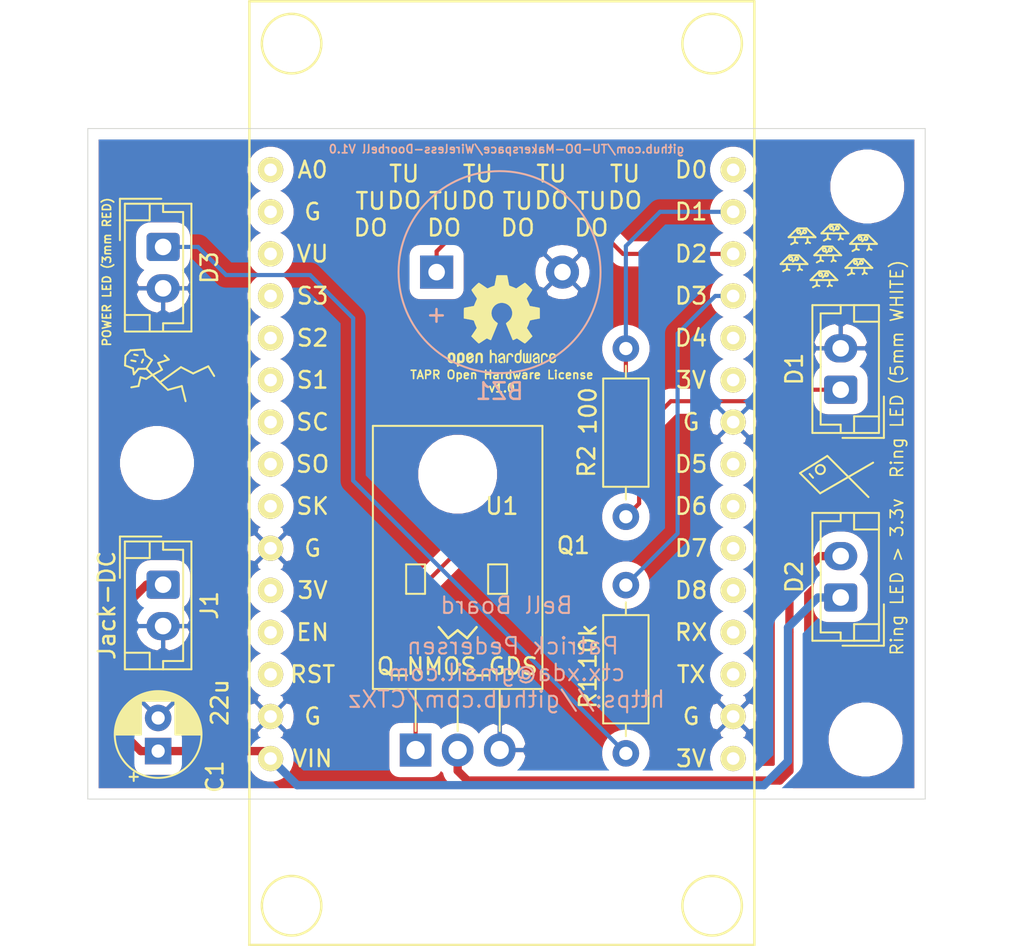
<source format=kicad_pcb>
(kicad_pcb (version 20221018) (generator pcbnew)
  (title_block (title "TUDO Wireless Doorbell / Bell PCB") (date "2022-01-04") (rev "V1.0") (company "TUDO Makerspace") (comment 1 "https://tapr.org/the-tapr-open-hardware-license/") (comment 2 "License: TAPR Open Hardware License v1.0") (comment 3 "ctx.xda@gmail.com") (comment 4 "Author: Patrick Pedersen"))
  (layers (0 "F.Cu" signal) (31 "B.Cu" signal) (34 "B.Paste" user) (35 "F.Paste" user) (36 "B.SilkS" user "B.Silkscreen") (37 "F.SilkS" user "F.Silkscreen") (38 "B.Mask" user) (39 "F.Mask" user) (44 "Edge.Cuts" user))
  (net 0 "")
  (net 1 "GND")
  (net 2 "RING_BUZZER")
  (net 3 "VCC")
  (net 4 "RING_LED")
  (net 5 "Net-(D2-Pad1)")
  (net 6 "Net-(D3-Pad2)")
  (net 7 "POWER_LED")
  (net 8 "Net-(U1-Pad30)")
  (net 9 "Net-(U1-Pad26)")
  (net 10 "Net-(U1-Pad23)")
  (net 11 "Net-(U1-Pad22)")
  (net 12 "Net-(U1-Pad21)")
  (net 13 "Net-(U1-Pad20)")
  (net 14 "Net-(U1-Pad19)")
  (net 15 "Net-(U1-Pad18)")
  (net 16 "Net-(U1-Pad13)")
  (net 17 "Net-(U1-Pad12)")
  (net 18 "Net-(U1-Pad9)")
  (net 19 "Net-(U1-Pad8)")
  (net 20 "Net-(U1-Pad7)")
  (net 21 "Net-(U1-Pad6)")
  (net 22 "Net-(U1-Pad5)")
  (net 23 "Net-(U1-Pad4)")
  (net 24 "Net-(U1-Pad3)")
  (net 25 "Net-(U1-Pad2)")
  (net 26 "Net-(U1-Pad1)")
  (net 27 "Net-(D1-Pad2)")
  (footprint "Connector_JST:JST_EH_B2B-EH-A_1x02_P2.50mm_Vertical" (layer "F.Cu") (at 106.66958 75.95 -90)
    (fp_text reference "D3" (at 1.25 -2.8 90) (layer "F.SilkS"))
    (fp_text value "POWER LED (3mm RED)" (at 1.513094 3.4 90) (layer "F.SilkS") (effects (font (size 0.5 0.5) (thickness 0.1))))
    (pad "1" thru_hole roundrect (at 0 0 270) (size 1.7 2) (drill 1) (layers "*.Cu" "*.Mask") (roundrect_rratio 0.147) (net 6 "Net-(D3-Pad2)"))
    (pad "2" thru_hole oval (at 2.5 0 270) (size 1.7 2) (drill 1) (layers "*.Cu" "*.Mask") (net 1 "GND"))
  )
  (footprint "Package_TO_SOT_THT:TO-220-3_Horizontal_TabDown" (layer "F.Cu") (at 121.92 106.336999)
    (fp_text reference "Q1" (at 9.525 -12.356999) (layer "F.SilkS"))
    (fp_text value "Q_NMOS_GDS" (at 2.5146 -5.054499) (layer "F.SilkS"))
    (pad "" np_thru_hole oval (at 2.54 -16.66) (size 3.5 3.5) (drill 3.5) (layers "*.Cu" "*.Mask"))
    (pad "1" thru_hole rect (at 0 0) (size 1.905 2) (drill 1.1) (layers "*.Cu" "*.Mask") (net 4 "RING_LED"))
    (pad "2" thru_hole oval (at 2.54 0) (size 1.905 2) (drill 1.1) (layers "*.Cu" "*.Mask") (net 5 "Net-(D2-Pad1)"))
    (pad "3" thru_hole oval (at 5.08 0) (size 1.905 2) (drill 1.1) (layers "*.Cu" "*.Mask") (net 1 "GND"))
  )
  (footprint "ESP8266-Kicad:NodeMCU-LoLinV3" (layer "F.Cu") (at 127.13 91.61)
    (fp_text reference "U1" (at 0 0) (layer "F.SilkS"))
    (fp_text value "NodeMCUv3")
    (fp_text user "G" (at 11.43 -5.08) (layer "F.SilkS"))
    (fp_text user "SC" (at -11.43 -5.08) (layer "F.SilkS"))
    (fp_text user "3V" (at -11.43 5.08) (layer "F.SilkS"))
    (fp_text user "SK" (at -11.43 0) (layer "F.SilkS"))
    (fp_text user "S2" (at -11.43 -10.16) (layer "F.SilkS"))
    (fp_text user "A0" (at -11.43 -20.32) (layer "F.SilkS"))
    (fp_text user "D8" (at 11.43 5.08) (layer "F.SilkS"))
    (fp_text user "G" (at 11.43 12.7) (layer "F.SilkS"))
    (fp_text user "EN" (at -11.43 7.62) (layer "F.SilkS"))
    (fp_text user "G" (at -11.43 12.7) (layer "F.SilkS"))
    (fp_text user "D5" (at 11.43 -2.54) (layer "F.SilkS"))
    (fp_text user "VU" (at -11.43 -15.24) (layer "F.SilkS"))
    (fp_text user "D1" (at 11.43 -17.78) (layer "F.SilkS"))
    (fp_text user "3V" (at 11.43 -7.62) (layer "F.SilkS"))
    (fp_text user "D4" (at 11.43 -10.16) (layer "F.SilkS"))
    (fp_text user "S3" (at -11.43 -12.7) (layer "F.SilkS"))
    (fp_text user "RX" (at 11.43 7.62) (layer "F.SilkS"))
    (fp_text user "G" (at -11.43 2.54) (layer "F.SilkS"))
    (fp_text user "VIN" (at -11.43 15.24) (layer "F.SilkS"))
    (fp_text user "RST" (at -11.43 10.16) (layer "F.SilkS"))
    (fp_text user "D7" (at 11.43 2.54) (layer "F.SilkS"))
    (fp_text user "S1" (at -11.43 -7.62) (layer "F.SilkS"))
    (fp_text user "SO" (at -11.43 -2.54) (layer "F.SilkS"))
    (fp_text user "D3" (at 11.43 -12.7) (layer "F.SilkS"))
    (fp_text user "TX" (at 11.43 10.16) (layer "F.SilkS"))
    (fp_text user "D2" (at 11.43 -15.24) (layer "F.SilkS"))
    (fp_text user "G" (at -11.43 -17.78) (layer "F.SilkS"))
    (fp_text user "3V" (at 11.43 15.24) (layer "F.SilkS"))
    (fp_text user "D0" (at 11.43 -20.32) (layer "F.SilkS"))
    (fp_text user "D6" (at 11.43 0) (layer "F.SilkS"))
    (pad "1" thru_hole circle (at -13.97 -20.32) (size 1.524 1.524) (drill 0.762) (layers "*.Cu" "*.Mask" "F.SilkS") (net 26 "Net-(U1-Pad1)"))
    (pad "2" thru_hole circle (at -13.97 -17.78) (size 1.524 1.524) (drill 0.762) (layers "*.Cu" "*.Mask" "F.SilkS") (net 25 "Net-(U1-Pad2)"))
    (pad "3" thru_hole circle (at -13.97 -15.24) (size 1.524 1.524) (drill 0.762) (layers "*.Cu" "*.Mask" "F.SilkS") (net 24 "Net-(U1-Pad3)"))
    (pad "4" thru_hole circle (at -13.97 -12.7) (size 1.524 1.524) (drill 0.762) (layers "*.Cu" "*.Mask" "F.SilkS") (net 23 "Net-(U1-Pad4)"))
    (pad "5" thru_hole circle (at -13.97 -10.16) (size 1.524 1.524) (drill 0.762) (layers "*.Cu" "*.Mask" "F.SilkS") (net 22 "Net-(U1-Pad5)"))
    (pad "6" thru_hole circle (at -13.97 -7.62) (size 1.524 1.524) (drill 0.762) (layers "*.Cu" "*.Mask" "F.SilkS") (net 21 "Net-(U1-Pad6)"))
    (pad "7" thru_hole circle (at -13.97 -5.08) (size 1.524 1.524) (drill 0.762) (layers "*.Cu" "*.Mask" "F.SilkS") (net 20 "Net-(U1-Pad7)"))
    (pad "8" thru_hole circle (at -13.97 -2.54) (size 1.524 1.524) (drill 0.762) (layers "*.Cu" "*.Mask" "F.SilkS") (net 19 "Net-(U1-Pad8)"))
    (pad "9" thru_hole circle (at -13.97 0) (size 1.524 1.524) (drill 0.762) (layers "*.Cu" "*.Mask" "F.SilkS") (net 18 "Net-(U1-Pad9)"))
    (pad "10" thru_hole circle (at -13.97 2.54) (size 1.524 1.524) (drill 0.762) (layers "*.Cu" "*.Mask" "F.SilkS") (net 1 "GND"))
    (pad "11" thru_hole circle (at -13.97 5.08) (size 1.524 1.524) (drill 0.762) (layers "*.Cu" "*.Mask" "F.SilkS"))
    (pad "12" thru_hole circle (at -13.97 7.62) (size 1.524 1.524) (drill 0.762) (layers "*.Cu" "*.Mask" "F.SilkS") (net 17 "Net-(U1-Pad12)"))
    (pad "13" thru_hole circle (at -13.97 10.16) (size 1.524 1.524) (drill 0.762) (layers "*.Cu" "*.Mask" "F.SilkS") (net 16 "Net-(U1-Pad13)"))
    (pad "14" thru_hole circle (at -13.97 12.7) (size 1.524 1.524) (drill 0.762) (layers "*.Cu" "*.Mask" "F.SilkS") (net 1 "GND"))
    (pad "15" thru_hole circle (at -13.97 15.24) (size 1.524 1.524) (drill 0.762) (layers "*.Cu" "*.Mask" "F.SilkS") (net 3 "VCC"))
    (pad "16" thru_hole circle (at 13.97 15.24) (size 1.524 1.524) (drill 0.762) (layers "*.Cu" "*.Mask" "F.SilkS"))
    (pad "17" thru_hole circle (at 13.97 12.7) (size 1.524 1.524) (drill 0.762) (layers "*.Cu" "*.Mask" "F.SilkS") (net 1 "GND"))
    (pad "18" thru_hole circle (at 13.97 10.16) (size 1.524 1.524) (drill 0.762) (layers "*.Cu" "*.Mask" "F.SilkS") (net 15 "Net-(U1-Pad18)"))
    (pad "19" thru_hole circle (at 13.97 7.62) (size 1.524 1.524) (drill 0.762) (layers "*.Cu" "*.Mask" "F.SilkS") (net 14 "Net-(U1-Pad19)"))
    (pad "20" thru_hole circle (at 13.97 5.08) (size 1.524 1.524) (drill 0.762) (layers "*.Cu" "*.Mask" "F.SilkS") (net 13 "Net-(U1-Pad20)"))
    (pad "21" thru_hole circle (at 13.97 2.54) (size 1.524 1.524) (drill 0.762) (layers "*.Cu" "*.Mask" "F.SilkS") (net 12 "Net-(U1-Pad21)"))
    (pad "22" thru_hole circle (at 13.97 0) (size 1.524 1.524) (drill 0.762) (layers "*.Cu" "*.Mask" "F.SilkS") (net 11 "Net-(U1-Pad22)"))
    (pad "23" thru_hole circle (at 13.97 -2.54) (size 1.524 1.524) (drill 0.762) (layers "*.Cu" "*.Mask" "F.SilkS") (net 10 "Net-(U1-Pad23)"))
    (pad "24" thru_hole circle (at 13.97 -5.08) (size 1.524 1.524) (drill 0.762) (layers "*.Cu" "*.Mask" "F.SilkS") (net 1 "GND"))
    (pad "25" thru_hole circle (at 13.97 -7.62) (size 1.524 1.524) (drill 0.762) (layers "*.Cu" "*.Mask" "F.SilkS"))
    (pad "26" thru_hole circle (at 13.97 -10.16) (size 1.524 1.524) (drill 0.762) (layers "*.Cu" "*.Mask" "F.SilkS") (net 9 "Net-(U1-Pad26)"))
    (pad "27" thru_hole circle (at 13.97 -12.7) (size 1.524 1.524) (drill 0.762) (layers "*.Cu" "*.Mask" "F.SilkS") (net 7 "POWER_LED"))
    (pad "28" thru_hole circle (at 13.97 -15.24) (size 1.524 1.524) (drill 0.762) (layers "*.Cu" "*.Mask" "F.SilkS") (net 2 "RING_BUZZER"))
    (pad "29" thru_hole circle (at 13.97 -17.78) (size 1.524 1.524) (drill 0.762) (layers "*.Cu" "*.Mask" "F.SilkS") (net 4 "RING_LED"))
    (pad "30" thru_hole circle (at 13.97 -20.32) (size 1.524 1.524) (drill 0.762) (layers "*.Cu" "*.Mask" "F.SilkS") (net 8 "Net-(U1-Pad30)"))
  )
  (footprint "Connector_JST:JST_EH_B2B-EH-A_1x02_P2.50mm_Vertical" (layer "F.Cu") (at 147.59458 84.57484 90)
    (fp_text reference "D1" (at 1.25 -2.8 90) (layer "F.SilkS"))
    (fp_text value "Ring LED (5mm WHITE)" (at 1.25 3.4 90) (layer "F.SilkS") (effects (font (size 0.75 0.75) (thickness 0.1))))
    (pad "1" thru_hole roundrect (at 0 0 90) (size 1.7 2) (drill 1) (layers "*.Cu" "*.Mask") (roundrect_rratio 0.147) (net 27 "Net-(D1-Pad2)"))
    (pad "2" thru_hole oval (at 2.5 0 90) (size 1.7 2) (drill 1) (layers "*.Cu" "*.Mask") (net 1 "GND"))
  )
  (footprint "Connector_JST:JST_EH_B2B-EH-A_1x02_P2.50mm_Vertical" (layer "F.Cu") (at 147.59458 97.12484 90)
    (fp_text reference "D2" (at 1.25 -2.8 90) (layer "F.SilkS"))
    (fp_text value "Ring LED > 3.3v" (at 1.25 3.4 90) (layer "F.SilkS") (effects (font (size 0.75 0.75) (thickness 0.1))))
    (pad "1" thru_hole roundrect (at 0 0 90) (size 1.7 2) (drill 1) (layers "*.Cu" "*.Mask") (roundrect_rratio 0.147) (net 3 "VCC"))
    (pad "2" thru_hole oval (at 2.5 0 90) (size 1.7 2) (drill 1) (layers "*.Cu" "*.Mask") (net 5 "Net-(D2-Pad1)"))
  )
  (footprint "MountingHole:MountingHole_3.2mm_M3" (layer "F.Cu") (at 149.1 105.7)
    (fp_text reference "REF**" hide)
    (fp_text value "MountingHole_3.2mm_M3")
    (pad "" np_thru_hole circle (at 0 0) (size 3.2 3.2) (drill 3.2) (layers "*.Cu" "*.Mask"))
  )
  (footprint "MountingHole:MountingHole_3.2mm_M3" (layer "F.Cu") (at 106.3 89)
    (fp_text reference "REF**" hide)
    (fp_text value "MountingHole_3.2mm_M3")
    (pad "" np_thru_hole circle (at 0 0) (size 3.2 3.2) (drill 3.2) (layers "*.Cu" "*.Mask"))
  )
  (footprint "MountingHole:MountingHole_3.2mm_M3" (layer "F.Cu") (at 149.2 72.3)
    (fp_text reference "REF**" hide)
    (fp_text value "MountingHole_3.2mm_M3")
    (pad "" np_thru_hole circle (at 0 0) (size 3.2 3.2) (drill 3.2) (layers "*.Cu" "*.Mask"))
  )
  (footprint "Capacitor_THT:CP_Radial_D5.0mm_P2.00mm" (layer "F.Cu") (at 106.36958 106.4 90)
    (fp_text reference "C1" (at -1.552776 3.43042 90) (layer "F.SilkS"))
    (fp_text value "22u" (at 2.9331 3.72672 90) (layer "F.SilkS"))
    (pad "1" thru_hole rect (at 0 0 90) (size 1.6 1.6) (drill 0.8) (layers "*.Cu" "*.Mask") (net 3 "VCC"))
    (pad "2" thru_hole circle (at 2 0 90) (size 1.6 1.6) (drill 0.8) (layers "*.Cu" "*.Mask") (net 1 "GND"))
  )
  (footprint "Connector_JST:JST_EH_B2B-EH-A_1x02_P2.50mm_Vertical" (layer "F.Cu") (at 106.66958 96.35 -90)
    (fp_text reference "J1" (at 1.25 -2.8 90) (layer "F.SilkS"))
    (fp_text value "Jack-DC" (at 1.25 3.4 90) (layer "F.SilkS"))
    (pad "1" thru_hole roundrect (at 0 0 270) (size 1.7 2) (drill 1) (layers "*.Cu" "*.Mask") (roundrect_rratio 0.147059) (net 3 "VCC"))
    (pad "2" thru_hole oval (at 2.5 0 270) (size 1.7 2) (drill 1) (layers "*.Cu" "*.Mask") (net 1 "GND"))
  )
  (footprint "Symbol:OSHW-Logo2_7.3x6mm_SilkScreen" (layer "F.Cu") (at 127.13 80.4164)
    (fp_text reference "REF**" hide)
    (fp_text value "OSHW-Logo2_7.3x6mm_SilkScreen" hide)
  )
  (footprint "Resistor_THT:R_Axial_DIN0207_L6.3mm_D2.5mm_P10.16mm_Horizontal" (layer "F.Cu") (at 134.62 92.2467 90)
    (fp_text reference "R2" (at 3.3467 -2.37 90) (layer "F.SilkS"))
    (fp_text value "100" (at 6.3947 -2.286 90) (layer "F.SilkS"))
    (pad "1" thru_hole circle (at 0 0 90) (size 1.6 1.6) (drill 0.8) (layers "*.Cu" "*.Mask") (net 27 "Net-(D1-Pad2)"))
    (pad "2" thru_hole oval (at 10.16 0 90) (size 1.6 1.6) (drill 0.8) (layers "*.Cu" "*.Mask") (net 4 "RING_LED"))
  )
  (footprint "Resistor_THT:R_Axial_DIN0207_L6.3mm_D2.5mm_P10.16mm_Horizontal" (layer "F.Cu") (at 134.62 106.536999 90)
    (fp_text reference "R1" (at 3.666999 -2.286 90) (layer "F.SilkS"))
    (fp_text value "10k" (at 6.460999 -2.286 90) (layer "F.SilkS"))
    (pad "1" thru_hole circle (at 0 0 90) (size 1.6 1.6) (drill 0.8) (layers "*.Cu" "*.Mask") (net 6 "Net-(D3-Pad2)"))
    (pad "2" thru_hole oval (at 10.16 0 90) (size 1.6 1.6) (drill 0.8) (layers "*.Cu" "*.Mask") (net 7 "POWER_LED"))
  )
  (footprint "Buzzer_Beeper:Buzzer_12x9.5RM7.6" (layer "B.Cu") (at 123.19 77.47)
    (fp_text reference "BZ1" (at 3.8 7.2) (layer "B.SilkS") (effects (justify mirror)))
    (fp_text value "Buzzer")
    (fp_text user "+" (at -0.01 2.54) (layer "B.SilkS") (effects (justify mirror)))
    (pad "1" thru_hole rect (at 0 0) (size 2 2) (drill 1) (layers "*.Cu" "*.Mask") (net 2 "RING_BUZZER"))
    (pad "2" thru_hole circle (at 7.6 0) (size 2 2) (drill 1) (layers "*.Cu" "*.Mask") (net 1 "GND"))
  )
  (gr_line (start 122.4915 96.901) (end 122.3645 96.901) (stroke (width 0.12)) (layer "F.SilkS"))
  (gr_line (start 126.3015 95.123) (end 126.3015 96.901) (stroke (width 0.12)) (layer "F.SilkS"))
  (gr_line (start 127.4445 96.901) (end 127.3175 96.901) (stroke (width 0.12)) (layer "F.SilkS"))
  (gr_line (start 127.4445 95.123) (end 127.4445 96.901) (stroke (width 0.12)) (layer "F.SilkS"))
  (gr_line (start 126.3015 96.901) (end 127.3175 96.901) (stroke (width 0.12)) (layer "F.SilkS"))
  (gr_line (start 126.3015 95.123) (end 127.4445 95.123) (stroke (width 0.12)) (layer "F.SilkS"))
  (gr_line (start 104.394 82.5246) (end 104.6988 82.1944) (stroke (width 0.12)) (layer "F.SilkS"))
  (gr_circle (center 147.3962 74.803) (end 147.4216 74.8284) (stroke (width 0.12)) (fill none) (layer "F.SilkS"))
  (gr_circle (center 149.1234 75.438) (end 149.1488 75.4634) (stroke (width 0.12)) (fill none) (layer "F.SilkS"))
  (gr_line (start 148.6916 75.2348) (end 148.1582 75.7682) (stroke (width 0.12)) (layer "F.SilkS"))
  (gr_line (start 148.6916 75.2348) (end 149.2504 75.2348) (stroke (width 0.12)) (layer "F.SilkS"))
  (gr_line (start 148.971 75.5396) (end 148.8948 75.6158) (stroke (width 0.12)) (layer "F.SilkS"))
  (gr_line (start 148.5392 76.073) (end 148.6916 76.1238) (stroke (width 0.12)) (layer "F.SilkS"))
  (gr_line (start 149.3012 75.7936) (end 149.3012 76.0476) (stroke (width 0.12)) (layer "F.SilkS"))
  (gr_line (start 148.5392 76.073) (end 148.3106 76.2) (stroke (width 0.12)) (layer "F.SilkS"))
  (gr_circle (center 148.7678 75.438) (end 148.7932 75.4634) (stroke (width 0.12)) (fill none) (layer "F.SilkS"))
  (gr_line (start 149.3012 76.0476) (end 149.4536 76.1238) (stroke (width 0.12)) (layer "F.SilkS"))
  (gr_line (start 148.5392 75.819) (end 148.5392 76.0476) (stroke (width 0.12)) (layer "F.SilkS"))
  (gr_line (start 149.2504 75.2348) (end 149.7838 75.7682) (stroke (width 0.12)) (layer "F.SilkS"))
  (gr_line (start 148.1582 75.7682) (end 149.7838 75.7682) (stroke (width 0.12)) (layer "F.SilkS"))
  (gr_line (start 149.3012 76.0476) (end 149.1996 76.1492) (stroke (width 0.12)) (layer "F.SilkS"))
  (gr_circle (center 146.6088 76.1238) (end 146.6342 76.1492) (stroke (width 0.12)) (fill none) (layer "F.SilkS"))
  (gr_line (start 145.9992 76.454) (end 147.6248 76.454) (stroke (width 0.12)) (layer "F.SilkS"))
  (gr_line (start 147.1422 76.4794) (end 147.1422 76.7334) (stroke (width 0.12)) (layer "F.SilkS"))
  (gr_line (start 147.0914 75.9206) (end 147.6248 76.454) (stroke (width 0.12)) (layer "F.SilkS"))
  (gr_line (start 146.812 76.2254) (end 146.7358 76.3016) (stroke (width 0.12)) (layer "F.SilkS"))
  (gr_line (start 147.1422 76.7334) (end 147.2946 76.8096) (stroke (width 0.12)) (layer "F.SilkS"))
  (gr_line (start 146.3802 76.7588) (end 146.1516 76.8858) (stroke (width 0.12)) (layer "F.SilkS"))
  (gr_line (start 146.3802 76.7588) (end 146.5326 76.8096) (stroke (width 0.12)) (layer "F.SilkS"))
  (gr_line (start 146.5326 75.9206) (end 147.0914 75.9206) (stroke (width 0.12)) (layer "F.SilkS"))
  (gr_circle (center 146.9644 76.1238) (end 146.9898 76.1492) (stroke (width 0.12)) (fill none) (layer "F.SilkS"))
  (gr_line (start 146.3802 76.5048) (end 146.3802 76.7334) (stroke (width 0.12)) (layer "F.SilkS"))
  (gr_line (start 147.1422 76.7334) (end 147.0406 76.835) (stroke (width 0.12)) (layer "F.SilkS"))
  (gr_line (start 146.5326 75.9206) (end 145.9992 76.454) (stroke (width 0.12)) (layer "F.SilkS"))
  (gr_line (start 144.8308 75.4126) (end 144.8308 75.6412) (stroke (width 0.12)) (layer "F.SilkS"))
  (gr_line (start 145.5928 75.3872) (end 145.5928 75.6412) (stroke (width 0.12)) (layer "F.SilkS"))
  (gr_line (start 145.5928 75.6412) (end 145.7452 75.7174) (stroke (width 0.12)) (layer "F.SilkS"))
  (gr_line (start 145.542 74.8284) (end 146.0754 75.3618) (stroke (width 0.12)) (layer "F.SilkS"))
  (gr_line (start 144.8308 75.6666) (end 144.9832 75.7174) (stroke (width 0.12)) (layer "F.SilkS"))
  (gr_line (start 144.8308 75.6666) (end 144.6022 75.7936) (stroke (width 0.12)) (layer "F.SilkS"))
  (gr_line (start 145.5928 75.6412) (end 145.4912 75.7428) (stroke (width 0.12)) (layer "F.SilkS"))
  (gr_line (start 144.9832 74.8284) (end 145.542 74.8284) (stroke (width 0.12)) (layer "F.SilkS"))
  (gr_line (start 145.2626 75.1332) (end 145.1864 75.2094) (stroke (width 0.12)) (layer "F.SilkS"))
  (gr_circle (center 145.0594 75.0316) (end 145.0848 75.057) (stroke (width 0.12)) (fill none) (layer "F.SilkS"))
  (gr_circle (center 145.415 75.0316) (end 145.4404 75.057) (stroke (width 0.12)) (fill none) (layer "F.SilkS"))
  (gr_line (start 144.4498 75.3618) (end 146.0754 75.3618) (stroke (width 0.12)) (layer "F.SilkS"))
  (gr_line (start 144.9832 74.8284) (end 144.4498 75.3618) (stroke (width 0.12)) (layer "F.SilkS"))
  (gr_line (start 144.5006 76.454) (end 145.0594 76.454) (stroke (width 0.12)) (layer "F.SilkS"))
  (gr_line (start 144.3482 77.2922) (end 144.5006 77.343) (stroke (width 0.12)) (layer "F.SilkS"))
  (gr_circle (center 144.9324 76.6572) (end 144.9578 76.6826) (stroke (width 0.12)) (fill none) (layer "F.SilkS"))
  (gr_line (start 144.78 76.7588) (end 144.7038 76.835) (stroke (width 0.12)) (layer "F.SilkS"))
  (gr_line (start 144.3482 77.2922) (end 144.1196 77.4192) (stroke (width 0.12)) (layer "F.SilkS"))
  (gr_line (start 144.3482 77.0382) (end 144.3482 77.2668) (stroke (width 0.12)) (layer "F.SilkS"))
  (gr_circle (center 144.5768 76.6572) (end 144.6022 76.6826) (stroke (width 0.12)) (fill none) (layer "F.SilkS"))
  (gr_line (start 145.1102 77.2668) (end 145.0086 77.3684) (stroke (width 0.12)) (layer "F.SilkS"))
  (gr_line (start 145.1102 77.0128) (end 145.1102 77.2668) (stroke (width 0.12)) (layer "F.SilkS"))
  (gr_line (start 143.9672 76.9874) (end 145.5928 76.9874) (stroke (width 0.12)) (layer "F.SilkS"))
  (gr_line (start 145.1102 77.2668) (end 145.2626 77.343) (stroke (width 0.12)) (layer "F.SilkS"))
  (gr_line (start 144.5006 76.454) (end 143.9672 76.9874) (stroke (width 0.12)) (layer "F.SilkS"))
  (gr_line (start 145.0594 76.454) (end 145.5928 76.9874) (stroke (width 0.12)) (layer "F.SilkS"))
  (gr_line (start 148.971 76.6826) (end 149.5044 77.216) (stroke (width 0.12)) (layer "F.SilkS"))
  (gr_line (start 148.6916 76.9874) (end 148.6154 77.0636) (stroke (width 0.12)) (layer "F.SilkS"))
  (gr_line (start 148.4122 76.6826) (end 148.971 76.6826) (stroke (width 0.12)) (layer "F.SilkS"))
  (gr_circle (center 148.844 76.8858) (end 148.8694 76.9112) (stroke (width 0.12)) (fill none) (layer "F.SilkS"))
  (gr_line (start 149.0218 77.2414) (end 149.0218 77.4954) (stroke (width 0.12)) (layer "F.SilkS"))
  (gr_line (start 148.2598 77.5208) (end 148.4122 77.5716) (stroke (width 0.12)) (layer "F.SilkS"))
  (gr_circle (center 148.4884 76.8858) (end 148.5138 76.9112) (stroke (width 0.12)) (fill none) (layer "F.SilkS"))
  (gr_line (start 148.4122 76.6826) (end 147.8788 77.216) (stroke (width 0.12)) (layer "F.SilkS"))
  (gr_line (start 147.8788 77.216) (end 149.5044 77.216) (stroke (width 0.12)) (layer "F.SilkS"))
  (gr_line (start 149.0218 77.4954) (end 149.1742 77.5716) (stroke (width 0.12)) (layer "F.SilkS"))
  (gr_line (start 148.2598 77.2668) (end 148.2598 77.4954) (stroke (width 0.12)) (layer "F.SilkS"))
  (gr_line (start 149.0218 77.4954) (end 148.9202 77.597) (stroke (width 0.12)) (layer "F.SilkS"))
  (gr_line (start 148.2598 77.5208) (end 148.0312 77.6478) (stroke (width 0.12)) (layer "F.SilkS"))
  (gr_line (start 146.1516 78.0034) (end 146.1516 78.232) (stroke (width 0.12)) (layer "F.SilkS"))
  (gr_line (start 146.1516 78.2574) (end 145.923 78.3844) (stroke (width 0.12)) (layer "F.SilkS"))
  (gr_line (start 146.9136 78.232) (end 147.066 78.3082) (stroke (width 0.12)) (layer "F.SilkS"))
  (gr_line (start 146.304 77.4192) (end 146.8628 77.4192) (stroke (width 0.12)) (layer "F.SilkS"))
  (gr_line (start 146.1516 78.2574) (end 146.304 78.3082) (stroke (width 0.12)) (layer "F.SilkS"))
  (gr_circle (center 146.3802 77.6224) (end 146.4056 77.6478) (stroke (width 0.12)) (fill none) (layer "F.SilkS"))
  (gr_line (start 146.5834 77.724) (end 146.5072 77.8002) (stroke (width 0.12)) (layer "F.SilkS"))
  (gr_line (start 146.304 77.4192) (end 145.7706 77.9526) (stroke (width 0.12)) (layer "F.SilkS"))
  (gr_line (start 146.8628 77.4192) (end 147.3962 77.9526) (stroke (width 0.12)) (layer "F.SilkS"))
  (gr_line (start 146.9136 78.232) (end 146.812 78.3336) (stroke (width 0.12)) (layer "F.SilkS"))
  (gr_line (start 145.7706 77.9526) (end 147.3962 77.9526) (stroke (width 0.12)) (layer "F.SilkS"))
  (gr_line (start 146.9136 77.978) (end 146.9136 78.232) (stroke (width 0.12)) (layer "F.SilkS"))
  (gr_circle (center 146.7358 77.6224) (end 146.7612 77.6478) (stroke (width 0.12)) (fill none) (layer "F.SilkS"))
  (gr_line (start 106.9594 84.582) (end 107.7976 84.3534) (stroke (width 0.12)) (layer "F.SilkS"))
  (gr_line (start 146.812 75.438) (end 146.9644 75.4888) (stroke (width 0.12)) (layer "F.SilkS"))
  (gr_line (start 104.3686 83.1088) (end 104.8512 83.2866) (stroke (width 0.12)) (layer "F.SilkS"))
  (gr_line (start 106.4768 84.1248) (end 107.7468 83.2104) (stroke (width 0.12)) (layer "F.SilkS"))
  (gr_line (start 146.9644 74.5998) (end 146.431 75.1332) (stroke (width 0.12)) (layer "F.SilkS"))
  (gr_line (start 104.394 82.5246) (end 104.3686 83.1088) (stroke (width 0.12)) (layer "F.SilkS"))
  (gr_line (start 105.1814 84.3534) (end 104.7496 84.4296) (stroke (width 0.12)) (layer "F.SilkS"))
  (gr_line (start 146.3548 90.8304) (end 145.1356 89.6112) (stroke (width 0.12)) (layer "F.SilkS"))
  (gr_line (start 107.7468 83.2104) (end 108.4834 83.5914) (stroke (width 0.12)) (layer "F.SilkS"))
  (gr_line (start 104.902 83.6422) (end 105.1814 83.312) (stroke (width 0.12)) (layer "F.SilkS"))
  (gr_line (start 104.7496 82.804) (end 105.0036 82.8548) (stroke (width 0.12)) (layer "F.SilkS"))
  (gr_circle (center 146.3675 89.3953) (end 146.5199 89.6239) (stroke (width 0.12)) (fill none) (layer "F.SilkS"))
  (gr_line (start 106.0196 83.693) (end 106.6038 83.3628) (stroke (width 0.12)) (layer "F.SilkS"))
  (gr_line (start 105.1814 83.312) (end 105.5624 83.312) (stroke (width 0.12)) (layer "F.SilkS"))
  (gr_line (start 146.431 75.1332) (end 148.0566 75.1332) (stroke (width 0.12)) (layer "F.SilkS"))
  (gr_line (start 105.6132 82.4992) (end 105.5116 82.1436) (stroke (width 0.12)) (layer "F.SilkS"))
  (gr_line (start 106.4768 84.1248) (end 106.9594 84.582) (stroke (width 0.12)) (layer "F.SilkS"))
  (gr_circle (center 147.0406 74.803) (end 147.066 74.8284) (stroke (width 0.12)) (fill none) (layer "F.SilkS"))
  (gr_line (start 121.3485 95.123) (end 122.4915 95.123) (stroke (width 0.12)) (layer "F.SilkS"))
  (gr_line (start 105.9942 82.7786) (end 105.6132 82.4992) (stroke (width 0.12)) (layer "F.SilkS"))
  (gr_line (start 105.664 83.312) (end 106.4768 84.1248) (stroke (width 0.12)) (layer "F.SilkS"))
  (gr_line (start 146.812 75.438) (end 146.5834 75.565) (stroke (width 0.12)) (layer "F.SilkS"))
  (gr_line (start 109.3978 83.1596) (end 109.7534 83.7438) (stroke (width 0.12)) (layer "F.SilkS"))
  (gr_line (start 105.3084 83.82) (end 105.1814 84.3534) (stroke (width 0.12)) (layer "F.SilkS"))
  (gr_line (start 147.2438 74.9046) (end 147.1676 74.9808) (stroke (width 0.12)) (layer "F.SilkS"))
  (gr_line (start 147.574 75.1586) (end 147.574 75.4126) (stroke (width 0.12)) (layer "F.SilkS"))
  (gr_line (start 105.4608 82.7532) (end 105.3846 82.931) (stroke (width 0.12)) (layer "F.SilkS"))
  (gr_line (start 147.574 75.4126) (end 147.4724 75.5142) (stroke (width 0.12)) (layer "F.SilkS"))
  (gr_line (start 108.4834 83.5914) (end 109.3978 83.1596) (stroke (width 0.12)) (layer "F.SilkS"))
  (gr_line (start 146.9644 74.5998) (end 147.5232 74.5998) (stroke (width 0.12)) (layer "F.SilkS"))
  (gr_line (start 104.8512 83.2866) (end 104.902 83.6422) (stroke (width 0.12)) (layer "F.SilkS"))
  (gr_line (start 105.9942 83.693) (end 105.6386 83.9216) (stroke (width 0.12)) (layer "F.SilkS"))
  (gr_line (start 105.5116 82.1436) (end 104.6988 82.1944) (stroke (width 0.12)) (layer "F.SilkS"))
  (gr_line (start 145.1356 89.6112) (end 146.7866 88.5698) (stroke (width 0.12)) (layer "F.SilkS"))
  (gr_line (start 105.6386 83.9216) (end 105.3084 83.82) (stroke (width 0.12)) (layer "F.SilkS"))
  (gr_line (start 107.7976 84.3534) (end 108.0262 85.2678) (stroke (width 0.12)) (layer "F.SilkS"))
  (gr_line (start 107.0102 82.7532) (end 106.7562 82.4992) (stroke (width 0.12)) (layer "F.SilkS"))
  (gr_line (start 121.3485 95.123) (end 121.3485 96.901) (stroke (width 0.12)) (layer "F.SilkS"))
  (gr_line (start 121.3485 96.901) (end 122.3645 96.901) (stroke (width 0.12)) (layer "F.SilkS"))
  (gr_line (start 104.9274 82.4484) (end 105.1306 82.4992) (stroke (width 0.12)) (layer "F.SilkS"))
  (gr_line (start 147.5232 74.5998) (end 148.0566 75.1332) (stroke (width 0.12)) (layer "F.SilkS"))
  (gr_line (start 105.664 83.2866) (end 105.9942 82.7786) (stroke (width 0.12)) (layer "F.SilkS"))
  (gr_line (start 145.7198 89.662) (end 145.923 89.8906) (stroke (width 0.12)) (layer "F.SilkS"))
  (gr_line (start 146.7866 88.5698) (end 149.2758 91.059) (stroke (width 0.12)) (layer "F.SilkS"))
  (gr_line (start 122.4915 95.123) (end 122.4915 96.901) (stroke (width 0.12)) (layer "F.SilkS"))
  (gr_line (start 106.6038 83.3628) (end 106.3752 82.9564) (stroke (width 0.12)) (layer "F.SilkS"))
  (gr_line (start 106.3752 82.9564) (end 107.0102 82.7532) (stroke (width 0.12)) (layer "F.SilkS"))
  (gr_line (start 105.5624 83.312) (end 105.664 83.2866) (stroke (width 0.12)) (layer "F.SilkS"))
  (gr_line (start 147.574 75.4126) (end 147.7264 75.4888) (stroke (width 0.12)) (layer "F.SilkS"))
  (gr_line (start 146.812 75.184) (end 146.812 75.4126) (stroke (width 0.12)) (layer "F.SilkS"))
  (gr_line (start 149.5552 88.9762) (end 146.3548 90.8304) (stroke (width 0.12)) (layer "F.SilkS"))
  (gr_line (start 152.7 68.8) (end 102.12 68.8) (stroke (width 0.05)) (layer "Edge.Cuts"))
  (gr_line (start 152.7 109.3) (end 102.12 109.3) (stroke (width 0.05)) (layer "Edge.Cuts"))
  (gr_line (start 102.12 109.3) (end 102.12 68.8) (stroke (width 0.05)) (layer "Edge.Cuts"))
  (gr_line (start 152.7 68.8) (end 152.7 109.3) (stroke (width 0.05)) (layer "Edge.Cuts"))
  (gr_text "Patrick Pedersen \nctx.xda@gmail.com\nhttps://github.com/CTXz" (at 127.41 101.6635) (layer "B.SilkS") (effects (font (size 1 1) (thickness 0.125)) (justify mirror)))
  (gr_text "github.com/TU-DO-Makerspace/Wireless-Doorbell V1.0" (at 127.41 70.0405) (layer "B.SilkS") (effects (font (size 0.5 0.5) (thickness 0.1)) (justify mirror)))
  (gr_text "Bell Board" (at 127.41 97.5995) (layer "B.SilkS") (effects (font (size 1 1) (thickness 0.125)) (justify mirror)))
  (gr_text "TU\nDO" (at 119.2022 73.9902) (layer "F.SilkS") (effects (font (size 1 1))))
  (gr_text "TU\nDO" (at 123.6472 73.9902) (layer "F.SilkS") (effects (font (size 1 1))))
  (gr_text "TU\nDO" (at 125.6792 72.3392) (layer "F.SilkS") (effects (font (size 1 1))))
  (gr_text "TU\nDO" (at 128.0922 73.9902) (layer "F.SilkS") (effects (font (size 1 1))))
  (gr_text "TU\nDO" (at 130.1242 72.3392) (layer "F.SilkS") (effects (font (size 1 1))))
  (gr_text "TU\nDO" (at 134.5692 72.3392) (layer "F.SilkS") (effects (font (size 1 1))))
  (gr_text "TU\nDO" (at 132.5372 73.9902) (layer "F.SilkS") (effects (font (size 1 1))))
  (gr_text "TU\nDO" (at 121.2342 72.3392) (layer "F.SilkS") (effects (font (size 1 1))))
  (gr_text "TAPR Open Hardware License\nv1.0" (at 127.13 84.074) (layer "F.SilkS") (effects (font (size 0.5 0.5) (thickness 0.1))))
  (gr_text "w" (at 124.46 99.1235) (layer "F.SilkS") (effects (font (size 1 3))))
  (segment (start 141.1 76.37) (end 134.44456 76.37) (width 0.25) (layer "F.Cu") (net 2))
  (segment (start 134.44456 76.37) (end 133.13156 75.057) (width 0.25) (layer "F.Cu") (net 2))
  (segment (start 133.13156 75.057) (end 124.353 75.057) (width 0.25) (layer "F.Cu") (net 2))
  (segment (start 124.353 75.057) (end 123.19 76.22) (width 0.25) (layer "F.Cu") (net 2))
  (segment (start 123.19 76.22) (end 123.19 77.47) (width 0.25) (layer "F.Cu") (net 2))
  (segment (start 104.2 97.81958) (end 104.2 105.28042) (width 0.5) (layer "F.Cu") (net 3))
  (segment (start 106.36958 106.4) (end 112.71 106.4) (width 0.5) (layer "F.Cu") (net 3))
  (segment (start 104.2 105.28042) (end 105.31958 106.4) (width 0.5) (layer "F.Cu") (net 3))
  (segment (start 112.71 106.4) (end 113.16 106.85) (width 0.5) (layer "F.Cu") (net 3))
  (segment (start 105.31958 106.4) (end 106.36958 106.4) (width 0.5) (layer "F.Cu") (net 3))
  (segment (start 106.66958 96.35) (end 105.66958 96.35) (width 0.5) (layer "F.Cu") (net 3))
  (segment (start 105.66958 96.35) (end 104.2 97.81958) (width 0.5) (layer "F.Cu") (net 3))
  (segment (start 146.21986 97.12484) (end 147.59458 97.12484) (width 0.5) (layer "B.Cu") (net 3))
  (segment (start 142.9639 108.458) (end 144.4117 107.0102) (width 0.5) (layer "B.Cu") (net 3))
  (segment (start 113.16 106.85) (end 114.768 108.458) (width 0.5) (layer "B.Cu") (net 3))
  (segment (start 144.4117 98.933) (end 146.21986 97.12484) (width 0.5) (layer "B.Cu") (net 3))
  (segment (start 114.768 108.458) (end 142.9639 108.458) (width 0.5) (layer "B.Cu") (net 3))
  (segment (start 144.4117 107.0102) (end 144.4117 98.933) (width 0.5) (layer "B.Cu") (net 3))
  (segment (start 134.62 84.1629) (end 121.92 96.8629) (width 0.25) (layer "F.Cu") (net 4))
  (segment (start 134.62 82.0867) (end 134.62 84.1629) (width 0.25) (layer "F.Cu") (net 4))
  (segment (start 121.92 96.8629) (end 121.92 106.336999) (width 0.25) (layer "F.Cu") (net 4))
  (segment (start 136.6852 73.83) (end 134.62 75.8952) (width 0.25) (layer "B.Cu") (net 4))
  (segment (start 134.62 75.8952) (end 134.62 82.0867) (width 0.25) (layer "B.Cu") (net 4))
  (segment (start 141.1 73.83) (end 136.6852 73.83) (width 0.25) (layer "B.Cu") (net 4))
  (segment (start 124.46 107.586999) (end 124.46 106.336999) (width 0.5) (layer "F.Cu") (net 5))
  (segment (start 144.5 107.5) (end 144.5 107.595) (width 0.5) (layer "F.Cu") (net 5))
  (segment (start 125.051601 108.1786) (end 124.46 107.586999) (width 0.5) (layer "F.Cu") (net 5))
  (segment (start 144.5 96.46942) (end 146.34458 94.62484) (width 0.5) (layer "F.Cu") (net 5))
  (segment (start 144.5 99.21942) (end 144.5 107.5) (width 0.5) (layer "F.Cu") (net 5))
  (segment (start 144.5 99.21942) (end 144.5 96.46942) (width 0.5) (layer "F.Cu") (net 5))
  (segment (start 144.5 107.595) (end 143.9164 108.1786) (width 0.5) (layer "F.Cu") (net 5))
  (segment (start 143.9164 108.1786) (end 125.051601 108.1786) (width 0.5) (layer "F.Cu") (net 5))
  (segment (start 146.34458 94.62484) (end 147.59458 94.62484) (width 0.5) (layer "F.Cu") (net 5))
  (segment (start 115.5446 77.6478) (end 110.4773 77.6478) (width 0.25) (layer "B.Cu") (net 6))
  (segment (start 118.1481 90.065099) (end 118.1481 80.2513) (width 0.25) (layer "B.Cu") (net 6))
  (segment (start 118.1481 80.2513) (end 115.5446 77.6478) (width 0.25) (layer "B.Cu") (net 6))
  (segment (start 108.7795 75.95) (end 106.66958 75.95) (width 0.25) (layer "B.Cu") (net 6))
  (segment (start 134.62 106.536999) (end 118.1481 90.065099) (width 0.25) (layer "B.Cu") (net 6))
  (segment (start 110.4773 77.6478) (end 108.7795 75.95) (width 0.25) (layer "B.Cu") (net 6))
  (segment (start 137.7442 81.18817) (end 137.7442 93.252799) (width 0.25) (layer "B.Cu") (net 7))
  (segment (start 137.7442 93.252799) (end 134.62 96.376999) (width 0.25) (layer "B.Cu") (net 7))
  (segment (start 140.02237 78.91) (end 137.7442 81.18817) (width 0.25) (layer "B.Cu") (net 7))
  (segment (start 141.1 78.91) (end 140.02237 78.91) (width 0.25) (layer "B.Cu") (net 7))
  (segment (start 137.3378 85.2678) (end 135.419999 87.185601) (width 0.25) (layer "F.Cu") (net 27))
  (segment (start 142.4051 85.2678) (end 137.3378 85.2678) (width 0.25) (layer "F.Cu") (net 27))
  (segment (start 134.62 92.2467) (end 135.419999 91.446701) (width 0.25) (layer "F.Cu") (net 27))
  (segment (start 147.59458 84.57484) (end 143.09806 84.57484) (width 0.25) (layer "F.Cu") (net 27))
  (segment (start 135.419999 91.446701) (end 135.419999 87.185601) (width 0.25) (layer "F.Cu") (net 27))
  (segment (start 143.09806 84.57484) (end 142.4051 85.2678) (width 0.25) (layer "F.Cu") (net 27))
  (zone (net 1) (net_name "GND") (layer "F.Cu") (connect_pads (clearance 0.508)) (min_thickness 0.254) (fill yes (thermal_gap 0.508) (thermal_bridge_width 0.508))
    (polygon (pts (xy 153.67 111.76) (xy 100.33 111.76) (xy 100.33 67.31) (xy 153.67 67.31)))
  )
  (zone (net 1) (net_name "GND") (layer "B.Cu") (connect_pads (clearance 0.508)) (min_thickness 0.254) (fill yes (thermal_gap 0.508) (thermal_bridge_width 0.508))
    (polygon (pts (xy 154.94 114.3) (xy 99.06 114.3) (xy 99.06 66.04) (xy 154.94 66.04)))
  )
)
</source>
